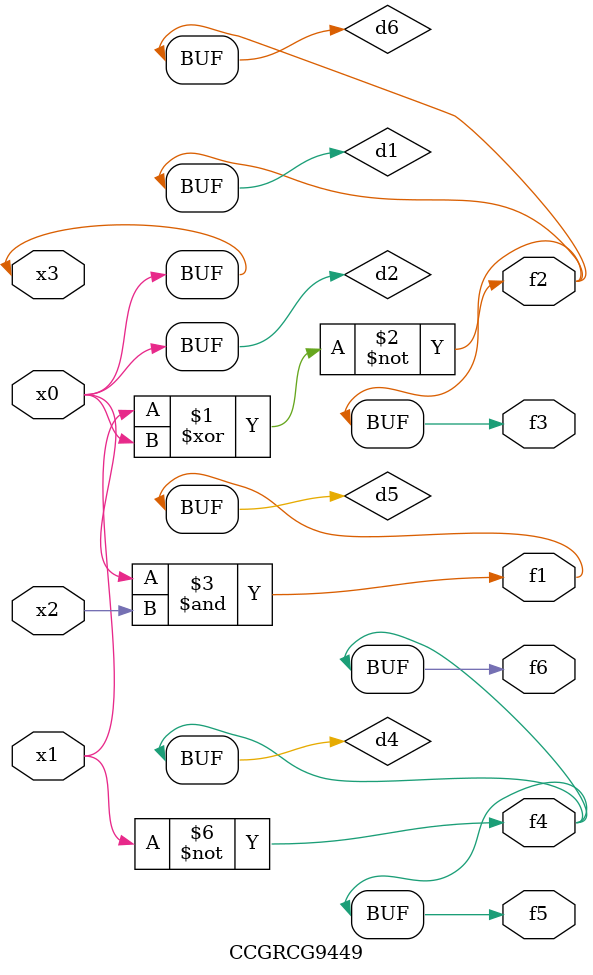
<source format=v>
module CCGRCG9449(
	input x0, x1, x2, x3,
	output f1, f2, f3, f4, f5, f6
);

	wire d1, d2, d3, d4, d5, d6;

	xnor (d1, x1, x3);
	buf (d2, x0, x3);
	nand (d3, x0, x2);
	not (d4, x1);
	nand (d5, d3);
	or (d6, d1);
	assign f1 = d5;
	assign f2 = d6;
	assign f3 = d6;
	assign f4 = d4;
	assign f5 = d4;
	assign f6 = d4;
endmodule

</source>
